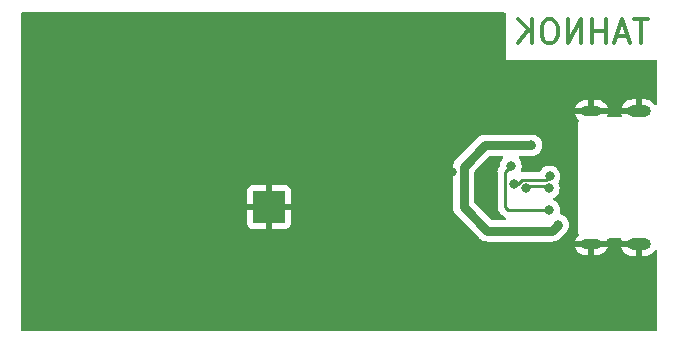
<source format=gbl>
%TF.GenerationSoftware,KiCad,Pcbnew,6.0.11+dfsg-1*%
%TF.CreationDate,2024-02-28T17:50:01-05:00*%
%TF.ProjectId,usb-c-expresscard,7573622d-632d-4657-9870-726573736361,R1*%
%TF.SameCoordinates,Original*%
%TF.FileFunction,Copper,L2,Bot*%
%TF.FilePolarity,Positive*%
%FSLAX46Y46*%
G04 Gerber Fmt 4.6, Leading zero omitted, Abs format (unit mm)*
G04 Created by KiCad (PCBNEW 6.0.11+dfsg-1) date 2024-02-28 17:50:01*
%MOMM*%
%LPD*%
G01*
G04 APERTURE LIST*
%ADD10C,0.300000*%
%TA.AperFunction,NonConductor*%
%ADD11C,0.300000*%
%TD*%
%TA.AperFunction,ComponentPad*%
%ADD12O,2.000000X1.000000*%
%TD*%
%TA.AperFunction,ComponentPad*%
%ADD13O,1.800000X0.900000*%
%TD*%
%TA.AperFunction,SMDPad,CuDef*%
%ADD14R,2.700000X2.700000*%
%TD*%
%TA.AperFunction,ViaPad*%
%ADD15C,0.800000*%
%TD*%
%TA.AperFunction,Conductor*%
%ADD16C,0.250000*%
%TD*%
%TA.AperFunction,Conductor*%
%ADD17C,0.800000*%
%TD*%
G04 APERTURE END LIST*
D10*
D11*
X194571428Y-81104761D02*
X193428571Y-81104761D01*
X194000000Y-83104761D02*
X194000000Y-81104761D01*
X192857142Y-82533333D02*
X191904761Y-82533333D01*
X193047619Y-83104761D02*
X192380952Y-81104761D01*
X191714285Y-83104761D01*
X191047619Y-83104761D02*
X191047619Y-81104761D01*
X191047619Y-82057142D02*
X189904761Y-82057142D01*
X189904761Y-83104761D02*
X189904761Y-81104761D01*
X188952380Y-83104761D02*
X188952380Y-81104761D01*
X187809523Y-83104761D01*
X187809523Y-81104761D01*
X186476190Y-81104761D02*
X186095238Y-81104761D01*
X185904761Y-81200000D01*
X185714285Y-81390476D01*
X185619047Y-81771428D01*
X185619047Y-82438095D01*
X185714285Y-82819047D01*
X185904761Y-83009523D01*
X186095238Y-83104761D01*
X186476190Y-83104761D01*
X186666666Y-83009523D01*
X186857142Y-82819047D01*
X186952380Y-82438095D01*
X186952380Y-81771428D01*
X186857142Y-81390476D01*
X186666666Y-81200000D01*
X186476190Y-81104761D01*
X184761904Y-83104761D02*
X184761904Y-81104761D01*
X183619047Y-83104761D02*
X184476190Y-81961904D01*
X183619047Y-81104761D02*
X184761904Y-82247619D01*
D12*
%TO.P,J2,S1,SHIELD*%
%TO.N,GND*%
X193817500Y-100120000D03*
%TO.P,J2,S2*%
X193817500Y-88880000D03*
D13*
%TO.P,J2,S3*%
X189817500Y-100120000D03*
%TO.P,J2,S4*%
X189817500Y-88880000D03*
%TD*%
D14*
%TO.P,U1,17,PAD*%
%TO.N,GND*%
X162500000Y-97000000D03*
%TD*%
D15*
%TO.N,GND*%
X175000000Y-89500000D03*
X161900000Y-96200000D03*
X149500000Y-86500000D03*
X159500000Y-101000000D03*
X179500000Y-100500000D03*
X161900000Y-97600000D03*
X144500000Y-81500000D03*
X163000000Y-96200000D03*
X159500000Y-96037000D03*
X163000000Y-93750000D03*
X144500000Y-103500000D03*
X144500000Y-106500000D03*
X144500000Y-87500000D03*
X187500000Y-89500000D03*
X191400000Y-85600000D03*
X163000000Y-97600000D03*
X180500000Y-93900000D03*
X170000000Y-103000000D03*
X178000000Y-94000000D03*
X187000000Y-100500000D03*
X170000000Y-89500000D03*
%TO.N,Net-(J2-PadA5)*%
X186250000Y-97250000D03*
X183000000Y-93500000D03*
%TO.N,/D+*%
X183288363Y-95038363D03*
X186266693Y-94395779D03*
%TO.N,/D-*%
X186205609Y-95393413D03*
X184308363Y-95399638D03*
%TO.N,/VBUS*%
X187000000Y-98500000D03*
X184739954Y-91760046D03*
%TD*%
D16*
%TO.N,Net-(J2-PadA5)*%
X186250000Y-97250000D02*
X182750000Y-97250000D01*
X182500000Y-97000000D02*
X182500000Y-94000000D01*
X182750000Y-97250000D02*
X182500000Y-97000000D01*
X182500000Y-94000000D02*
X183000000Y-93500000D01*
%TO.N,/D+*%
X185987334Y-94675138D02*
X183971308Y-94675138D01*
X183971308Y-94675138D02*
X183573223Y-95073223D01*
X186266693Y-94395779D02*
X185987334Y-94675138D01*
X183573223Y-95073223D02*
X183538363Y-95038363D01*
X183538363Y-95038363D02*
X183288363Y-95038363D01*
%TO.N,/D-*%
X184178416Y-95175138D02*
X184178416Y-95269691D01*
X184178416Y-95269691D02*
X184308363Y-95399638D01*
X186205609Y-95393413D02*
X185987334Y-95175138D01*
X185987334Y-95175138D02*
X184178416Y-95175138D01*
D17*
%TO.N,/VBUS*%
X184739954Y-91760046D02*
X180825740Y-91760046D01*
X179000000Y-97000000D02*
X181000000Y-99000000D01*
X180825740Y-91760046D02*
X179000000Y-93585786D01*
X186500000Y-99000000D02*
X187000000Y-98500000D01*
X179000000Y-93585786D02*
X179000000Y-97000000D01*
X181000000Y-99000000D02*
X186500000Y-99000000D01*
%TD*%
%TA.AperFunction,Conductor*%
%TO.N,GND*%
G36*
X182521716Y-80528502D02*
G01*
X182568209Y-80582158D01*
X182579595Y-80634500D01*
X182579595Y-84543500D01*
X195265500Y-84543500D01*
X195333621Y-84563502D01*
X195380114Y-84617158D01*
X195391500Y-84669500D01*
X195391500Y-88249894D01*
X195371498Y-88318015D01*
X195317842Y-88364508D01*
X195247568Y-88374612D01*
X195182988Y-88345118D01*
X195165454Y-88325052D01*
X195165039Y-88325386D01*
X195045032Y-88176127D01*
X195036454Y-88167368D01*
X194894461Y-88048222D01*
X194884341Y-88041292D01*
X194721915Y-87951998D01*
X194710642Y-87947166D01*
X194533962Y-87891120D01*
X194521968Y-87888570D01*
X194377739Y-87872393D01*
X194370715Y-87872000D01*
X194089615Y-87872000D01*
X194074376Y-87876475D01*
X194073171Y-87877865D01*
X194071500Y-87885548D01*
X194071500Y-89008000D01*
X194051498Y-89076121D01*
X193997842Y-89122614D01*
X193945500Y-89134000D01*
X192359576Y-89134000D01*
X192346045Y-89137973D01*
X192344925Y-89145768D01*
X192369693Y-89229925D01*
X192369738Y-89300922D01*
X192331392Y-89360672D01*
X192266830Y-89390206D01*
X192248819Y-89391500D01*
X191285253Y-89391500D01*
X191217132Y-89371498D01*
X191170639Y-89317842D01*
X191160535Y-89247568D01*
X191167155Y-89221582D01*
X191171655Y-89209482D01*
X191186751Y-89151530D01*
X191186317Y-89137436D01*
X191178136Y-89134000D01*
X188458271Y-89134000D01*
X188444740Y-89137973D01*
X188443863Y-89144075D01*
X188499810Y-89296136D01*
X188505377Y-89307549D01*
X188601208Y-89462108D01*
X188608960Y-89472174D01*
X188717049Y-89586475D01*
X188749321Y-89649713D01*
X188739498Y-89726720D01*
X188728882Y-89749268D01*
X188724245Y-89778834D01*
X188720487Y-89795398D01*
X188714485Y-89815466D01*
X188714484Y-89815471D01*
X188711914Y-89824066D01*
X188711859Y-89833037D01*
X188711859Y-89833039D01*
X188711705Y-89858386D01*
X188711681Y-89858960D01*
X188711543Y-89859835D01*
X188711540Y-89862257D01*
X188711540Y-89862266D01*
X188711510Y-89889796D01*
X188711508Y-89890426D01*
X188711024Y-89969721D01*
X188711345Y-89970844D01*
X188711421Y-89971975D01*
X188701511Y-99109683D01*
X188701509Y-99110316D01*
X188701430Y-99123256D01*
X188701024Y-99189721D01*
X188709054Y-99217817D01*
X188712652Y-99234713D01*
X188716764Y-99263652D01*
X188727450Y-99287223D01*
X188737361Y-99357523D01*
X188707691Y-99422022D01*
X188694690Y-99434918D01*
X188675004Y-99451791D01*
X188666256Y-99460976D01*
X188554789Y-99604680D01*
X188548065Y-99615440D01*
X188467768Y-99778625D01*
X188463345Y-99790519D01*
X188448249Y-99848470D01*
X188448683Y-99862564D01*
X188456864Y-99866000D01*
X191176729Y-99866000D01*
X191190260Y-99862027D01*
X191191137Y-99855925D01*
X191169828Y-99798007D01*
X191165078Y-99727169D01*
X191199380Y-99665009D01*
X191261843Y-99631262D01*
X191288078Y-99628500D01*
X192243508Y-99628500D01*
X192311629Y-99648502D01*
X192358122Y-99702158D01*
X192368226Y-99772432D01*
X192363873Y-99791759D01*
X192346250Y-99848692D01*
X192346044Y-99862795D01*
X192352799Y-99866000D01*
X193945500Y-99866000D01*
X194013621Y-99886002D01*
X194060114Y-99939658D01*
X194071500Y-99992000D01*
X194071500Y-101109885D01*
X194075975Y-101125124D01*
X194077365Y-101126329D01*
X194085048Y-101128000D01*
X194364157Y-101128000D01*
X194370305Y-101127699D01*
X194508103Y-101114188D01*
X194520138Y-101111805D01*
X194697576Y-101058233D01*
X194708916Y-101053559D01*
X194872577Y-100966540D01*
X194882794Y-100959751D01*
X195026433Y-100842603D01*
X195035137Y-100833959D01*
X195153289Y-100691137D01*
X195161043Y-100679642D01*
X195215718Y-100634353D01*
X195286200Y-100625814D01*
X195350109Y-100656735D01*
X195387155Y-100717300D01*
X195391500Y-100750102D01*
X195391500Y-107365500D01*
X195371498Y-107433621D01*
X195317842Y-107480114D01*
X195265500Y-107491500D01*
X141634500Y-107491500D01*
X141566379Y-107471498D01*
X141519886Y-107417842D01*
X141508500Y-107365500D01*
X141508500Y-100384075D01*
X188443863Y-100384075D01*
X188499810Y-100536136D01*
X188505377Y-100547549D01*
X188601208Y-100702108D01*
X188608960Y-100712174D01*
X188733908Y-100844303D01*
X188743526Y-100852605D01*
X188892487Y-100956908D01*
X188903581Y-100963108D01*
X189070480Y-101035332D01*
X189082583Y-101039171D01*
X189262100Y-101076675D01*
X189271652Y-101077915D01*
X189274884Y-101078000D01*
X189545385Y-101078000D01*
X189560624Y-101073525D01*
X189561829Y-101072135D01*
X189563500Y-101064452D01*
X189563500Y-101059885D01*
X190071500Y-101059885D01*
X190075975Y-101075124D01*
X190077365Y-101076329D01*
X190085048Y-101078000D01*
X190312947Y-101078000D01*
X190319322Y-101077677D01*
X190454777Y-101063918D01*
X190467217Y-101061364D01*
X190640744Y-101006984D01*
X190652432Y-101001975D01*
X190811479Y-100913813D01*
X190821912Y-100906562D01*
X190959991Y-100788215D01*
X190968744Y-100779024D01*
X191080211Y-100635320D01*
X191086935Y-100624560D01*
X191167232Y-100461375D01*
X191171655Y-100449481D01*
X191186751Y-100391530D01*
X191186574Y-100385768D01*
X192344925Y-100385768D01*
X192376638Y-100493521D01*
X192381231Y-100504889D01*
X192467107Y-100669154D01*
X192473821Y-100679415D01*
X192589968Y-100823873D01*
X192598546Y-100832632D01*
X192740539Y-100951778D01*
X192750659Y-100958708D01*
X192913085Y-101048002D01*
X192924358Y-101052834D01*
X193101038Y-101108880D01*
X193113032Y-101111430D01*
X193257261Y-101127607D01*
X193264285Y-101128000D01*
X193545385Y-101128000D01*
X193560624Y-101123525D01*
X193561829Y-101122135D01*
X193563500Y-101114452D01*
X193563500Y-100392115D01*
X193559025Y-100376876D01*
X193557635Y-100375671D01*
X193549952Y-100374000D01*
X192359576Y-100374000D01*
X192346045Y-100377973D01*
X192344925Y-100385768D01*
X191186574Y-100385768D01*
X191186317Y-100377436D01*
X191178136Y-100374000D01*
X190089615Y-100374000D01*
X190074376Y-100378475D01*
X190073171Y-100379865D01*
X190071500Y-100387548D01*
X190071500Y-101059885D01*
X189563500Y-101059885D01*
X189563500Y-100392115D01*
X189559025Y-100376876D01*
X189557635Y-100375671D01*
X189549952Y-100374000D01*
X188458271Y-100374000D01*
X188444740Y-100377973D01*
X188443863Y-100384075D01*
X141508500Y-100384075D01*
X141508500Y-98394669D01*
X160642001Y-98394669D01*
X160642371Y-98401490D01*
X160647895Y-98452352D01*
X160651521Y-98467604D01*
X160696676Y-98588054D01*
X160705214Y-98603649D01*
X160781715Y-98705724D01*
X160794276Y-98718285D01*
X160896351Y-98794786D01*
X160911946Y-98803324D01*
X161032394Y-98848478D01*
X161047649Y-98852105D01*
X161098514Y-98857631D01*
X161105328Y-98858000D01*
X162227885Y-98858000D01*
X162243124Y-98853525D01*
X162244329Y-98852135D01*
X162246000Y-98844452D01*
X162246000Y-98839884D01*
X162754000Y-98839884D01*
X162758475Y-98855123D01*
X162759865Y-98856328D01*
X162767548Y-98857999D01*
X163894669Y-98857999D01*
X163901490Y-98857629D01*
X163952352Y-98852105D01*
X163967604Y-98848479D01*
X164088054Y-98803324D01*
X164103649Y-98794786D01*
X164205724Y-98718285D01*
X164218285Y-98705724D01*
X164294786Y-98603649D01*
X164303324Y-98588054D01*
X164348478Y-98467606D01*
X164352105Y-98452351D01*
X164357631Y-98401486D01*
X164358000Y-98394672D01*
X164358000Y-97272115D01*
X164353525Y-97256876D01*
X164352135Y-97255671D01*
X164344452Y-97254000D01*
X162772115Y-97254000D01*
X162756876Y-97258475D01*
X162755671Y-97259865D01*
X162754000Y-97267548D01*
X162754000Y-98839884D01*
X162246000Y-98839884D01*
X162246000Y-97272115D01*
X162241525Y-97256876D01*
X162240135Y-97255671D01*
X162232452Y-97254000D01*
X160660116Y-97254000D01*
X160644877Y-97258475D01*
X160643672Y-97259865D01*
X160642001Y-97267548D01*
X160642001Y-98394669D01*
X141508500Y-98394669D01*
X141508500Y-96952190D01*
X178087748Y-96952190D01*
X178088093Y-96958777D01*
X178088093Y-96958782D01*
X178091327Y-97020480D01*
X178091500Y-97027074D01*
X178091500Y-97047610D01*
X178091844Y-97050882D01*
X178091844Y-97050884D01*
X178093647Y-97068042D01*
X178094164Y-97074616D01*
X178095489Y-97099889D01*
X178097743Y-97142903D01*
X178099453Y-97149284D01*
X178099453Y-97149286D01*
X178101383Y-97156491D01*
X178104985Y-97175925D01*
X178105766Y-97183354D01*
X178105768Y-97183363D01*
X178106458Y-97189928D01*
X178127600Y-97254997D01*
X178129467Y-97261299D01*
X178147171Y-97327370D01*
X178153559Y-97339907D01*
X178161125Y-97358173D01*
X178165473Y-97371556D01*
X178168776Y-97377278D01*
X178168777Y-97377279D01*
X178199667Y-97430782D01*
X178202814Y-97436577D01*
X178233871Y-97497530D01*
X178238024Y-97502658D01*
X178238025Y-97502660D01*
X178242727Y-97508466D01*
X178253927Y-97524763D01*
X178257657Y-97531224D01*
X178257660Y-97531228D01*
X178260960Y-97536944D01*
X178265377Y-97541850D01*
X178265381Y-97541855D01*
X178306722Y-97587769D01*
X178311006Y-97592784D01*
X178323928Y-97608741D01*
X178338443Y-97623256D01*
X178342984Y-97628041D01*
X178388747Y-97678866D01*
X178394086Y-97682745D01*
X178394087Y-97682746D01*
X178400135Y-97687140D01*
X178415168Y-97699981D01*
X180300019Y-99584832D01*
X180312860Y-99599865D01*
X180321134Y-99611253D01*
X180326043Y-99615673D01*
X180371959Y-99657016D01*
X180376744Y-99661557D01*
X180391259Y-99676072D01*
X180393823Y-99678148D01*
X180407216Y-99688994D01*
X180412231Y-99693278D01*
X180458145Y-99734619D01*
X180458150Y-99734623D01*
X180463056Y-99739040D01*
X180468772Y-99742340D01*
X180468776Y-99742343D01*
X180475237Y-99746073D01*
X180491533Y-99757273D01*
X180502470Y-99766129D01*
X180550338Y-99790519D01*
X180563421Y-99797185D01*
X180569215Y-99800331D01*
X180628444Y-99834527D01*
X180634726Y-99836568D01*
X180634728Y-99836569D01*
X180641826Y-99838875D01*
X180660092Y-99846440D01*
X180672630Y-99852829D01*
X180679006Y-99854538D01*
X180679010Y-99854539D01*
X180738685Y-99870529D01*
X180745010Y-99872402D01*
X180810072Y-99893542D01*
X180816640Y-99894232D01*
X180816644Y-99894233D01*
X180824061Y-99895012D01*
X180843508Y-99898616D01*
X180857096Y-99902257D01*
X180863695Y-99902603D01*
X180863696Y-99902603D01*
X180925385Y-99905836D01*
X180931960Y-99906353D01*
X180946222Y-99907852D01*
X180952390Y-99908500D01*
X180972925Y-99908500D01*
X180979519Y-99908673D01*
X181041218Y-99911907D01*
X181041223Y-99911907D01*
X181047810Y-99912252D01*
X181061708Y-99910051D01*
X181081417Y-99908500D01*
X186418583Y-99908500D01*
X186438292Y-99910051D01*
X186452190Y-99912252D01*
X186458777Y-99911907D01*
X186458782Y-99911907D01*
X186520480Y-99908673D01*
X186527074Y-99908500D01*
X186547610Y-99908500D01*
X186550882Y-99908156D01*
X186550884Y-99908156D01*
X186568042Y-99906353D01*
X186574616Y-99905836D01*
X186636308Y-99902603D01*
X186636312Y-99902602D01*
X186642903Y-99902257D01*
X186649284Y-99900547D01*
X186649286Y-99900547D01*
X186656491Y-99898617D01*
X186675925Y-99895015D01*
X186683354Y-99894234D01*
X186683363Y-99894232D01*
X186689928Y-99893542D01*
X186754997Y-99872400D01*
X186761299Y-99870533D01*
X186815816Y-99855925D01*
X186820996Y-99854537D01*
X186820997Y-99854537D01*
X186827370Y-99852829D01*
X186839908Y-99846440D01*
X186858174Y-99838875D01*
X186865272Y-99836569D01*
X186865274Y-99836568D01*
X186871556Y-99834527D01*
X186930785Y-99800331D01*
X186936579Y-99797185D01*
X186949662Y-99790519D01*
X186997530Y-99766129D01*
X187008467Y-99757273D01*
X187024763Y-99746073D01*
X187031224Y-99742343D01*
X187031228Y-99742340D01*
X187036944Y-99739040D01*
X187041850Y-99734623D01*
X187041855Y-99734619D01*
X187087769Y-99693278D01*
X187092784Y-99688994D01*
X187106177Y-99678148D01*
X187108741Y-99676072D01*
X187123256Y-99661557D01*
X187128041Y-99657016D01*
X187173957Y-99615673D01*
X187178866Y-99611253D01*
X187187140Y-99599865D01*
X187199981Y-99584832D01*
X187584832Y-99199981D01*
X187599865Y-99187140D01*
X187605913Y-99182746D01*
X187605914Y-99182745D01*
X187611253Y-99178866D01*
X187657016Y-99128041D01*
X187661557Y-99123256D01*
X187676072Y-99108741D01*
X187688994Y-99092784D01*
X187693278Y-99087769D01*
X187734619Y-99041855D01*
X187734623Y-99041850D01*
X187739040Y-99036944D01*
X187742340Y-99031228D01*
X187742343Y-99031224D01*
X187746073Y-99024763D01*
X187757273Y-99008466D01*
X187761975Y-99002660D01*
X187761976Y-99002658D01*
X187766129Y-98997530D01*
X187777195Y-98975813D01*
X187797188Y-98936574D01*
X187800336Y-98930777D01*
X187831224Y-98877277D01*
X187834527Y-98871556D01*
X187838875Y-98858174D01*
X187846438Y-98839915D01*
X187852830Y-98827370D01*
X187870537Y-98761288D01*
X187872409Y-98754969D01*
X187879589Y-98732873D01*
X187893542Y-98689928D01*
X187895014Y-98675925D01*
X187898615Y-98656496D01*
X187902257Y-98642903D01*
X187902603Y-98636304D01*
X187905836Y-98574616D01*
X187906353Y-98568041D01*
X187912814Y-98506566D01*
X187912814Y-98506565D01*
X187913504Y-98500000D01*
X187912033Y-98485999D01*
X187911516Y-98466241D01*
X187911907Y-98458782D01*
X187911907Y-98458778D01*
X187912252Y-98452190D01*
X187903142Y-98394672D01*
X187901552Y-98384632D01*
X187900691Y-98378091D01*
X187894233Y-98316642D01*
X187894232Y-98316637D01*
X187893542Y-98310072D01*
X187889192Y-98296684D01*
X187884579Y-98277470D01*
X187882377Y-98263567D01*
X187880009Y-98257398D01*
X187857862Y-98199702D01*
X187855660Y-98193485D01*
X187836568Y-98134726D01*
X187834527Y-98128444D01*
X187827495Y-98116264D01*
X187818983Y-98098419D01*
X187816306Y-98091444D01*
X187816303Y-98091437D01*
X187813938Y-98085277D01*
X187776678Y-98027901D01*
X187773235Y-98022282D01*
X187742342Y-97968773D01*
X187742336Y-97968765D01*
X187739040Y-97963056D01*
X187734628Y-97958156D01*
X187734625Y-97958152D01*
X187729628Y-97952603D01*
X187717592Y-97936917D01*
X187713524Y-97930653D01*
X187713522Y-97930651D01*
X187709926Y-97925113D01*
X187661557Y-97876744D01*
X187657016Y-97871959D01*
X187615673Y-97826043D01*
X187611253Y-97821134D01*
X187605795Y-97817168D01*
X187599865Y-97812860D01*
X187584832Y-97800019D01*
X187574887Y-97790074D01*
X187553748Y-97776346D01*
X187517522Y-97752820D01*
X187512087Y-97749085D01*
X187462092Y-97712762D01*
X187456752Y-97708882D01*
X187443894Y-97703157D01*
X187426529Y-97693729D01*
X187420261Y-97689658D01*
X187420258Y-97689657D01*
X187414723Y-97686062D01*
X187408558Y-97683696D01*
X187408555Y-97683694D01*
X187350875Y-97661553D01*
X187344781Y-97659029D01*
X187288324Y-97633893D01*
X187288320Y-97633892D01*
X187282288Y-97631206D01*
X187275827Y-97629833D01*
X187275822Y-97629831D01*
X187268526Y-97628280D01*
X187249579Y-97622668D01*
X187242597Y-97619988D01*
X187242588Y-97619986D01*
X187236433Y-97617623D01*
X187229921Y-97616592D01*
X187225907Y-97615516D01*
X187165284Y-97578564D01*
X187134263Y-97514703D01*
X187138685Y-97454876D01*
X187141503Y-97446204D01*
X187141503Y-97446202D01*
X187143542Y-97439928D01*
X187148647Y-97391362D01*
X187162814Y-97256565D01*
X187163504Y-97250000D01*
X187156499Y-97183354D01*
X187144232Y-97066635D01*
X187144232Y-97066633D01*
X187143542Y-97060072D01*
X187084527Y-96878444D01*
X186989040Y-96713056D01*
X186861253Y-96571134D01*
X186706752Y-96458882D01*
X186700719Y-96456196D01*
X186700714Y-96456193D01*
X186634990Y-96426930D01*
X186580894Y-96380950D01*
X186560245Y-96313023D01*
X186579598Y-96244715D01*
X186634991Y-96196717D01*
X186656328Y-96187217D01*
X186662361Y-96184531D01*
X186816862Y-96072279D01*
X186944649Y-95930357D01*
X187040136Y-95764969D01*
X187099151Y-95583341D01*
X187102903Y-95547649D01*
X187118423Y-95399978D01*
X187119113Y-95393413D01*
X187118423Y-95386848D01*
X187099841Y-95210048D01*
X187099841Y-95210046D01*
X187099151Y-95203485D01*
X187040136Y-95021857D01*
X187033576Y-95010494D01*
X187016839Y-94941498D01*
X187033577Y-94884496D01*
X187097916Y-94773058D01*
X187097917Y-94773057D01*
X187101220Y-94767335D01*
X187160235Y-94585707D01*
X187180197Y-94395779D01*
X187160235Y-94205851D01*
X187101220Y-94024223D01*
X187005733Y-93858835D01*
X186938858Y-93784562D01*
X186882368Y-93721824D01*
X186882367Y-93721823D01*
X186877946Y-93716913D01*
X186772238Y-93640111D01*
X186728787Y-93608542D01*
X186728786Y-93608541D01*
X186723445Y-93604661D01*
X186717417Y-93601977D01*
X186717415Y-93601976D01*
X186555012Y-93529670D01*
X186555011Y-93529670D01*
X186548981Y-93526985D01*
X186452913Y-93506565D01*
X186368637Y-93488651D01*
X186368632Y-93488651D01*
X186362180Y-93487279D01*
X186171206Y-93487279D01*
X186164754Y-93488651D01*
X186164749Y-93488651D01*
X186080473Y-93506565D01*
X185984405Y-93526985D01*
X185978375Y-93529670D01*
X185978374Y-93529670D01*
X185815971Y-93601976D01*
X185815969Y-93601977D01*
X185809941Y-93604661D01*
X185804600Y-93608541D01*
X185804599Y-93608542D01*
X185761148Y-93640111D01*
X185655440Y-93716913D01*
X185651019Y-93721823D01*
X185651018Y-93721824D01*
X185594529Y-93784562D01*
X185527653Y-93858835D01*
X185462252Y-93972114D01*
X185458485Y-93978638D01*
X185407103Y-94027631D01*
X185349366Y-94041638D01*
X184050075Y-94041638D01*
X184038892Y-94041111D01*
X184031399Y-94039436D01*
X184023473Y-94039685D01*
X184023472Y-94039685D01*
X183963322Y-94041576D01*
X183959363Y-94041638D01*
X183952069Y-94041638D01*
X183883948Y-94021636D01*
X183837455Y-93967980D01*
X183827351Y-93897706D01*
X183834863Y-93871665D01*
X183834527Y-93871556D01*
X183883178Y-93721824D01*
X183893542Y-93689928D01*
X183895931Y-93667203D01*
X183912814Y-93506565D01*
X183913504Y-93500000D01*
X183901899Y-93389581D01*
X183894232Y-93316635D01*
X183894232Y-93316633D01*
X183893542Y-93310072D01*
X183834527Y-93128444D01*
X183805011Y-93077320D01*
X183748597Y-92979609D01*
X183739040Y-92963056D01*
X183663226Y-92878856D01*
X183632508Y-92814849D01*
X183641273Y-92744395D01*
X183686736Y-92689864D01*
X183756862Y-92668546D01*
X184835441Y-92668546D01*
X184875818Y-92659964D01*
X184888826Y-92657903D01*
X184909264Y-92655755D01*
X184923319Y-92654278D01*
X184923321Y-92654278D01*
X184929882Y-92653588D01*
X184936156Y-92651549D01*
X184936163Y-92651548D01*
X184969137Y-92640834D01*
X184981874Y-92637421D01*
X185015785Y-92630213D01*
X185015789Y-92630212D01*
X185022242Y-92628840D01*
X185059960Y-92612047D01*
X185072258Y-92607327D01*
X185105226Y-92596615D01*
X185105227Y-92596614D01*
X185111510Y-92594573D01*
X185147246Y-92573941D01*
X185158995Y-92567954D01*
X185190678Y-92553848D01*
X185190679Y-92553847D01*
X185196706Y-92551164D01*
X185202045Y-92547285D01*
X185202050Y-92547282D01*
X185230103Y-92526900D01*
X185241156Y-92519721D01*
X185276898Y-92499086D01*
X185281807Y-92494666D01*
X185281811Y-92494663D01*
X185307568Y-92471471D01*
X185317811Y-92463175D01*
X185351207Y-92438912D01*
X185378825Y-92408240D01*
X185388148Y-92398917D01*
X185413916Y-92375715D01*
X185413918Y-92375713D01*
X185418820Y-92371299D01*
X185443083Y-92337903D01*
X185451379Y-92327660D01*
X185474571Y-92301903D01*
X185474574Y-92301899D01*
X185478994Y-92296990D01*
X185499629Y-92261248D01*
X185506808Y-92250195D01*
X185527190Y-92222142D01*
X185527193Y-92222137D01*
X185531072Y-92216798D01*
X185547863Y-92179085D01*
X185553850Y-92167336D01*
X185571178Y-92137323D01*
X185574481Y-92131602D01*
X185587236Y-92092348D01*
X185591955Y-92080052D01*
X185608748Y-92042334D01*
X185617329Y-92001966D01*
X185620742Y-91989229D01*
X185631456Y-91956255D01*
X185631457Y-91956248D01*
X185633496Y-91949974D01*
X185637811Y-91908918D01*
X185639872Y-91895910D01*
X185648454Y-91855533D01*
X185648454Y-91814262D01*
X185649144Y-91801091D01*
X185652768Y-91766611D01*
X185653458Y-91760046D01*
X185649144Y-91719001D01*
X185648454Y-91705830D01*
X185648454Y-91664559D01*
X185639872Y-91624182D01*
X185637810Y-91611168D01*
X185634186Y-91576681D01*
X185634186Y-91576679D01*
X185633496Y-91570118D01*
X185631457Y-91563844D01*
X185631456Y-91563837D01*
X185620742Y-91530863D01*
X185617329Y-91518126D01*
X185610121Y-91484215D01*
X185610120Y-91484211D01*
X185608748Y-91477758D01*
X185591955Y-91440040D01*
X185587235Y-91427742D01*
X185576523Y-91394774D01*
X185576522Y-91394773D01*
X185574481Y-91388490D01*
X185553849Y-91352754D01*
X185547862Y-91341005D01*
X185533756Y-91309322D01*
X185533755Y-91309321D01*
X185531072Y-91303294D01*
X185527193Y-91297955D01*
X185527190Y-91297950D01*
X185506808Y-91269897D01*
X185499629Y-91258844D01*
X185478994Y-91223102D01*
X185474574Y-91218193D01*
X185474571Y-91218189D01*
X185451379Y-91192432D01*
X185443083Y-91182189D01*
X185418820Y-91148793D01*
X185413916Y-91144377D01*
X185388148Y-91121175D01*
X185378825Y-91111852D01*
X185355623Y-91086084D01*
X185355621Y-91086082D01*
X185351207Y-91081180D01*
X185317811Y-91056917D01*
X185307568Y-91048621D01*
X185281811Y-91025429D01*
X185281807Y-91025426D01*
X185276898Y-91021006D01*
X185241156Y-91000371D01*
X185230103Y-90993192D01*
X185202050Y-90972810D01*
X185202045Y-90972807D01*
X185196706Y-90968928D01*
X185183080Y-90962861D01*
X185158995Y-90952138D01*
X185147244Y-90946150D01*
X185117231Y-90928822D01*
X185111510Y-90925519D01*
X185072256Y-90912764D01*
X185059960Y-90908045D01*
X185022242Y-90891252D01*
X185015789Y-90889880D01*
X185015785Y-90889879D01*
X184981874Y-90882671D01*
X184969137Y-90879258D01*
X184936163Y-90868544D01*
X184936156Y-90868543D01*
X184929882Y-90866504D01*
X184923321Y-90865814D01*
X184923319Y-90865814D01*
X184906028Y-90863997D01*
X184888826Y-90862189D01*
X184875818Y-90860128D01*
X184835441Y-90851546D01*
X180907156Y-90851546D01*
X180887447Y-90849995D01*
X180873549Y-90847794D01*
X180866962Y-90848139D01*
X180866957Y-90848139D01*
X180805259Y-90851373D01*
X180798665Y-90851546D01*
X180778130Y-90851546D01*
X180771962Y-90852194D01*
X180757700Y-90853693D01*
X180751125Y-90854210D01*
X180689436Y-90857443D01*
X180689435Y-90857443D01*
X180682836Y-90857789D01*
X180669248Y-90861430D01*
X180649801Y-90865034D01*
X180642384Y-90865813D01*
X180642380Y-90865814D01*
X180635812Y-90866504D01*
X180596559Y-90879258D01*
X180570749Y-90887644D01*
X180564425Y-90889517D01*
X180504750Y-90905507D01*
X180504746Y-90905508D01*
X180498370Y-90907217D01*
X180487482Y-90912765D01*
X180485833Y-90913605D01*
X180467566Y-90921171D01*
X180460468Y-90923477D01*
X180460466Y-90923478D01*
X180454184Y-90925519D01*
X180448462Y-90928822D01*
X180448461Y-90928823D01*
X180394958Y-90959713D01*
X180389163Y-90962860D01*
X180328210Y-90993917D01*
X180323082Y-90998070D01*
X180323080Y-90998071D01*
X180317274Y-91002773D01*
X180300977Y-91013973D01*
X180294516Y-91017703D01*
X180294512Y-91017706D01*
X180288796Y-91021006D01*
X180283890Y-91025423D01*
X180283885Y-91025427D01*
X180237971Y-91066768D01*
X180232956Y-91071052D01*
X180225237Y-91077303D01*
X180216999Y-91083974D01*
X180202484Y-91098489D01*
X180197699Y-91103030D01*
X180146874Y-91148793D01*
X180142995Y-91154132D01*
X180142994Y-91154133D01*
X180138600Y-91160181D01*
X180125759Y-91175214D01*
X178415168Y-92885805D01*
X178400135Y-92898646D01*
X178388747Y-92906920D01*
X178384327Y-92911829D01*
X178342984Y-92957745D01*
X178338443Y-92962530D01*
X178323928Y-92977045D01*
X178321852Y-92979609D01*
X178311006Y-92993002D01*
X178306722Y-92998017D01*
X178265381Y-93043931D01*
X178265377Y-93043936D01*
X178260960Y-93048842D01*
X178257660Y-93054558D01*
X178257657Y-93054562D01*
X178253927Y-93061023D01*
X178242727Y-93077319D01*
X178233871Y-93088256D01*
X178216310Y-93122721D01*
X178202815Y-93149207D01*
X178199669Y-93155001D01*
X178165473Y-93214230D01*
X178163432Y-93220512D01*
X178163431Y-93220514D01*
X178161125Y-93227612D01*
X178153560Y-93245878D01*
X178147171Y-93258416D01*
X178131572Y-93316634D01*
X178129469Y-93324481D01*
X178127600Y-93330789D01*
X178106458Y-93395858D01*
X178105768Y-93402423D01*
X178105766Y-93402432D01*
X178104985Y-93409861D01*
X178101383Y-93429295D01*
X178099453Y-93436500D01*
X178097743Y-93442883D01*
X178097398Y-93449474D01*
X178097397Y-93449478D01*
X178094164Y-93511170D01*
X178093647Y-93517744D01*
X178092820Y-93525613D01*
X178091500Y-93538176D01*
X178091500Y-93558712D01*
X178091327Y-93565306D01*
X178087748Y-93633596D01*
X178088780Y-93640111D01*
X178089949Y-93647491D01*
X178091500Y-93667203D01*
X178091500Y-96918583D01*
X178089949Y-96938292D01*
X178087748Y-96952190D01*
X141508500Y-96952190D01*
X141508500Y-96727885D01*
X160642000Y-96727885D01*
X160646475Y-96743124D01*
X160647865Y-96744329D01*
X160655548Y-96746000D01*
X162227885Y-96746000D01*
X162243124Y-96741525D01*
X162244329Y-96740135D01*
X162246000Y-96732452D01*
X162246000Y-96727885D01*
X162754000Y-96727885D01*
X162758475Y-96743124D01*
X162759865Y-96744329D01*
X162767548Y-96746000D01*
X164339884Y-96746000D01*
X164355123Y-96741525D01*
X164356328Y-96740135D01*
X164357999Y-96732452D01*
X164357999Y-95605331D01*
X164357629Y-95598510D01*
X164352105Y-95547648D01*
X164348479Y-95532396D01*
X164303324Y-95411946D01*
X164294786Y-95396351D01*
X164218285Y-95294276D01*
X164205724Y-95281715D01*
X164103649Y-95205214D01*
X164088054Y-95196676D01*
X163967606Y-95151522D01*
X163952351Y-95147895D01*
X163901486Y-95142369D01*
X163894672Y-95142000D01*
X162772115Y-95142000D01*
X162756876Y-95146475D01*
X162755671Y-95147865D01*
X162754000Y-95155548D01*
X162754000Y-96727885D01*
X162246000Y-96727885D01*
X162246000Y-95160116D01*
X162241525Y-95144877D01*
X162240135Y-95143672D01*
X162232452Y-95142001D01*
X161105331Y-95142001D01*
X161098510Y-95142371D01*
X161047648Y-95147895D01*
X161032396Y-95151521D01*
X160911946Y-95196676D01*
X160896351Y-95205214D01*
X160794276Y-95281715D01*
X160781715Y-95294276D01*
X160705214Y-95396351D01*
X160696676Y-95411946D01*
X160651522Y-95532394D01*
X160647895Y-95547649D01*
X160642369Y-95598514D01*
X160642000Y-95605328D01*
X160642000Y-96727885D01*
X141508500Y-96727885D01*
X141508500Y-88608470D01*
X188448249Y-88608470D01*
X188448683Y-88622564D01*
X188456864Y-88626000D01*
X189545385Y-88626000D01*
X189560624Y-88621525D01*
X189561829Y-88620135D01*
X189563500Y-88612452D01*
X189563500Y-88607885D01*
X190071500Y-88607885D01*
X190075975Y-88623124D01*
X190077365Y-88624329D01*
X190085048Y-88626000D01*
X191176729Y-88626000D01*
X191187644Y-88622795D01*
X192346044Y-88622795D01*
X192352799Y-88626000D01*
X193545385Y-88626000D01*
X193560624Y-88621525D01*
X193561829Y-88620135D01*
X193563500Y-88612452D01*
X193563500Y-87890115D01*
X193559025Y-87874876D01*
X193557635Y-87873671D01*
X193549952Y-87872000D01*
X193270843Y-87872000D01*
X193264695Y-87872301D01*
X193126897Y-87885812D01*
X193114862Y-87888195D01*
X192937424Y-87941767D01*
X192926084Y-87946441D01*
X192762423Y-88033460D01*
X192752206Y-88040249D01*
X192608567Y-88157397D01*
X192599863Y-88166041D01*
X192481716Y-88308856D01*
X192474856Y-88319027D01*
X192386696Y-88482076D01*
X192381944Y-88493381D01*
X192346250Y-88608692D01*
X192346044Y-88622795D01*
X191187644Y-88622795D01*
X191190260Y-88622027D01*
X191191137Y-88615925D01*
X191135190Y-88463864D01*
X191129623Y-88452451D01*
X191033792Y-88297892D01*
X191026040Y-88287826D01*
X190901092Y-88155697D01*
X190891474Y-88147395D01*
X190742513Y-88043092D01*
X190731419Y-88036892D01*
X190564520Y-87964668D01*
X190552417Y-87960829D01*
X190372900Y-87923325D01*
X190363348Y-87922085D01*
X190360116Y-87922000D01*
X190089615Y-87922000D01*
X190074376Y-87926475D01*
X190073171Y-87927865D01*
X190071500Y-87935548D01*
X190071500Y-88607885D01*
X189563500Y-88607885D01*
X189563500Y-87940115D01*
X189559025Y-87924876D01*
X189557635Y-87923671D01*
X189549952Y-87922000D01*
X189322053Y-87922000D01*
X189315678Y-87922323D01*
X189180223Y-87936082D01*
X189167783Y-87938636D01*
X188994256Y-87993016D01*
X188982568Y-87998025D01*
X188823521Y-88086187D01*
X188813088Y-88093438D01*
X188675009Y-88211785D01*
X188666256Y-88220976D01*
X188554789Y-88364680D01*
X188548065Y-88375440D01*
X188467768Y-88538625D01*
X188463345Y-88550519D01*
X188448249Y-88608470D01*
X141508500Y-88608470D01*
X141508500Y-80634500D01*
X141528502Y-80566379D01*
X141582158Y-80519886D01*
X141634500Y-80508500D01*
X182453595Y-80508500D01*
X182521716Y-80528502D01*
G37*
%TD.AperFunction*%
%TA.AperFunction,Conductor*%
G36*
X182311259Y-92688548D02*
G01*
X182357752Y-92742204D01*
X182367856Y-92812478D01*
X182336774Y-92878856D01*
X182260960Y-92963056D01*
X182251403Y-92979609D01*
X182194990Y-93077320D01*
X182165473Y-93128444D01*
X182106458Y-93310072D01*
X182105769Y-93316631D01*
X182105768Y-93316634D01*
X182089164Y-93474615D01*
X182062151Y-93540271D01*
X182055705Y-93547695D01*
X182046356Y-93557651D01*
X182043600Y-93560495D01*
X182023865Y-93580230D01*
X182021385Y-93583427D01*
X182013682Y-93592447D01*
X181983414Y-93624679D01*
X181979595Y-93631625D01*
X181979593Y-93631628D01*
X181973652Y-93642434D01*
X181962801Y-93658953D01*
X181950386Y-93674959D01*
X181947241Y-93682228D01*
X181947238Y-93682232D01*
X181932826Y-93715537D01*
X181927609Y-93726187D01*
X181906305Y-93764940D01*
X181904334Y-93772615D01*
X181904334Y-93772616D01*
X181901267Y-93784562D01*
X181894863Y-93803266D01*
X181886819Y-93821855D01*
X181885580Y-93829678D01*
X181885577Y-93829688D01*
X181879901Y-93865524D01*
X181877495Y-93877144D01*
X181866500Y-93919970D01*
X181866500Y-93940224D01*
X181864949Y-93959934D01*
X181861780Y-93979943D01*
X181862526Y-93987835D01*
X181865941Y-94023961D01*
X181866500Y-94035819D01*
X181866500Y-96921233D01*
X181865973Y-96932416D01*
X181864298Y-96939909D01*
X181864547Y-96947835D01*
X181864547Y-96947836D01*
X181866438Y-97007986D01*
X181866500Y-97011945D01*
X181866500Y-97039856D01*
X181866997Y-97043790D01*
X181866997Y-97043791D01*
X181867005Y-97043856D01*
X181867938Y-97055693D01*
X181869327Y-97099889D01*
X181874978Y-97119339D01*
X181878987Y-97138700D01*
X181881526Y-97158797D01*
X181884445Y-97166168D01*
X181884445Y-97166170D01*
X181897804Y-97199912D01*
X181901649Y-97211142D01*
X181913982Y-97253593D01*
X181918015Y-97260412D01*
X181918017Y-97260417D01*
X181924293Y-97271028D01*
X181932988Y-97288776D01*
X181940448Y-97307617D01*
X181945110Y-97314033D01*
X181945110Y-97314034D01*
X181966436Y-97343387D01*
X181972952Y-97353307D01*
X181983745Y-97371556D01*
X181995458Y-97391362D01*
X182009779Y-97405683D01*
X182022619Y-97420716D01*
X182034528Y-97437107D01*
X182056007Y-97454876D01*
X182068605Y-97465298D01*
X182077384Y-97473288D01*
X182246343Y-97642247D01*
X182253887Y-97650537D01*
X182258000Y-97657018D01*
X182263777Y-97662443D01*
X182307667Y-97703658D01*
X182310509Y-97706413D01*
X182330230Y-97726134D01*
X182333425Y-97728612D01*
X182342447Y-97736318D01*
X182374679Y-97766586D01*
X182381628Y-97770406D01*
X182392432Y-97776346D01*
X182408956Y-97787199D01*
X182424959Y-97799613D01*
X182465543Y-97817176D01*
X182476173Y-97822383D01*
X182514940Y-97843695D01*
X182522613Y-97845665D01*
X182529392Y-97848349D01*
X182585365Y-97892024D01*
X182608841Y-97959027D01*
X182592365Y-98028085D01*
X182541168Y-98077273D01*
X182483007Y-98091500D01*
X181428503Y-98091500D01*
X181360382Y-98071498D01*
X181339408Y-98054595D01*
X179945405Y-96660592D01*
X179911379Y-96598280D01*
X179908500Y-96571497D01*
X179908500Y-94014289D01*
X179928502Y-93946168D01*
X179945405Y-93925194D01*
X181165148Y-92705451D01*
X181227460Y-92671425D01*
X181254243Y-92668546D01*
X182243138Y-92668546D01*
X182311259Y-92688548D01*
G37*
%TD.AperFunction*%
%TD*%
M02*

</source>
